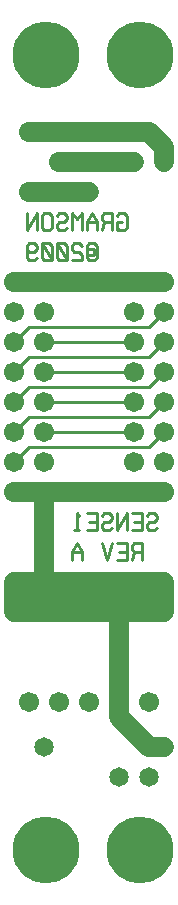
<source format=gbl>
%MOIN*%
%FSLAX25Y25*%
G04 D10 used for Character Trace; *
G04     Circle (OD=.01000) (No hole)*
G04 D11 used for Power Trace; *
G04     Circle (OD=.06500) (No hole)*
G04 D12 used for Signal Trace; *
G04     Circle (OD=.01100) (No hole)*
G04 D13 used for Via; *
G04     Circle (OD=.05800) (Round. Hole ID=.02800)*
G04 D14 used for Component hole; *
G04     Circle (OD=.06500) (Round. Hole ID=.03500)*
G04 D15 used for Component hole; *
G04     Circle (OD=.06700) (Round. Hole ID=.04300)*
G04 D16 used for Component hole; *
G04     Circle (OD=.08100) (Round. Hole ID=.05100)*
G04 D17 used for Component hole; *
G04     Circle (OD=.08900) (Round. Hole ID=.05900)*
G04 D18 used for Component hole; *
G04     Circle (OD=.11300) (Round. Hole ID=.08300)*
G04 D19 used for Component hole; *
G04     Circle (OD=.16000) (Round. Hole ID=.13000)*
G04 D20 used for Component hole; *
G04     Circle (OD=.18300) (Round. Hole ID=.15300)*
G04 D21 used for Component hole; *
G04     Circle (OD=.22291) (Round. Hole ID=.19291)*
%ADD10C,.01000*%
%ADD11C,.06500*%
%ADD12C,.01100*%
%ADD13C,.05800*%
%ADD14C,.06500*%
%ADD15C,.06700*%
%ADD16C,.08100*%
%ADD17C,.08900*%
%ADD18C,.11300*%
%ADD19C,.16000*%
%ADD20C,.18300*%
%ADD21C,.22291*%
%IPPOS*%
%LPD*%
G90*X0Y0D02*D21*X15625Y15625D03*D14*              
X40000Y40000D03*D21*X46875Y15625D03*D11*          
X50000Y50000D02*X55000D01*D14*D03*D11*X50000D02*  
X40000Y60000D01*Y65000D01*D15*D03*D11*Y95000D01*  
X5000D01*Y100000D01*X40000D01*Y95000D01*X55000D01*
Y100000D01*X40000D01*Y105000D01*X15000D01*        
X5000D01*Y100000D01*X15000Y105000D02*Y135000D01*  
D15*D03*D11*X5000D01*D15*D03*X15000Y145000D03*D11*
Y135000D02*X45000D01*D15*D03*D11*X55000D01*D15*   
D03*X45000Y145000D03*X55000D03*D12*               
X10000Y150000D02*X50000D01*X5000Y145000D02*       
X10000Y150000D01*D15*X5000Y145000D03*             
X15000Y155000D03*D12*X45000D01*D15*D03*D12*       
X50000Y150000D02*X55000Y155000D01*D15*D03*D12*    
X10000Y160000D02*X50000D01*X5000Y155000D02*       
X10000Y160000D01*D15*X5000Y155000D03*             
X15000Y165000D03*D12*X45000D01*D15*D03*D12*       
X50000Y160000D02*X55000Y165000D01*D15*D03*D12*    
X10000Y170000D02*X50000D01*X5000Y165000D02*       
X10000Y170000D01*D15*X5000Y165000D03*             
X15000Y175000D03*D12*X45000D01*D15*D03*D12*       
X50000Y170000D02*X55000Y175000D01*D15*D03*D12*    
X10000Y180000D02*X50000D01*X5000Y175000D02*       
X10000Y180000D01*D15*X5000Y175000D03*             
X15000Y185000D03*D12*X45000D01*D15*D03*D12*       
X50000Y180000D02*X55000Y185000D01*D15*D03*D12*    
X10000Y190000D02*X50000D01*X5000Y185000D02*       
X10000Y190000D01*D15*X5000Y185000D03*             
X15000Y195000D03*X5000D03*X15000Y205000D03*D11*   
X5000D01*D15*D03*D10*X30000Y215957D02*X31674D01*  
Y214043D01*X30000D01*X31674Y212129D02*X30000D01*  
X29163Y213086D01*Y216914D01*X30000Y217871D01*     
X31674D01*X32511Y216914D01*Y213086D01*            
X31674Y212129D01*X27511Y216914D02*                
X26674Y217871D01*X25000D01*X24163Y216914D01*      
Y215957D01*X25000Y215000D01*X26674D01*            
X27511Y214043D01*Y212129D01*X24163D01*            
X19163Y213086D02*X20000Y212129D01*X21674D01*      
X22511Y213086D01*Y216914D01*X21674Y217871D01*     
X20000D01*X19163Y216914D01*Y213086D01*            
X22511Y212129D02*X19163Y217871D01*                
X14163Y213086D02*X15000Y212129D01*X16674D01*      
X17511Y213086D01*Y216914D01*X16674Y217871D01*     
X15000D01*X14163Y216914D01*Y213086D01*            
X17511Y212129D02*X14163Y217871D01*X9163Y215957D02*
X10000Y215000D01*X11674D01*X12511Y215957D01*      
Y216914D01*X11674Y217871D01*X10000D01*            
X9163Y216914D01*Y213086D01*X10000Y212129D01*      
X11674D01*X12511Y213086D01*D11*X15000Y205000D02*  
X45000D01*D15*D03*D11*X55000D01*D15*D03*          
X45000Y195000D03*X55000D03*D12*X50000Y190000D01*  
D10*X39163Y223086D02*X40000Y222129D01*X41674D01*  
X42511Y223086D01*Y226914D01*X41674Y227871D01*     
X40000D01*X39163Y226914D01*X40837Y225000D02*      
X39163D01*Y222129D01*X37511D02*Y227871D01*        
X35000D01*X34163Y226914D01*Y225957D01*            
X35000Y225000D01*X37511D01*X35000D02*             
X34163Y222129D01*X32511D02*Y225000D01*            
X30837Y227871D01*X29163Y225000D01*Y222129D01*     
X32511Y225000D02*X29163D01*X27511Y222129D02*      
Y227871D01*X25837Y225957D01*X24163Y227871D01*     
Y222129D01*X19163Y226914D02*X20000Y227871D01*     
X21674D01*X22511Y226914D01*Y225957D01*            
X21674Y225000D01*X20000D01*X19163Y224043D01*      
Y223086D01*X20000Y222129D01*X21674D01*            
X22511Y223086D01*X14163D02*X15000Y222129D01*      
X16674D01*X17511Y223086D01*Y226914D01*            
X16674Y227871D01*X15000D01*X14163Y226914D01*      
Y223086D01*X12511Y222129D02*Y227871D01*           
X9163Y222129D01*Y227871D01*D14*X30000Y235000D03*  
D11*X10000D01*D15*D03*X20000Y245000D03*D11*       
X30000D01*D14*D03*D11*X45000D01*D14*D03*D11*      
X55000Y250000D02*X50000Y255000D01*                
X55000Y245000D02*Y250000D01*D14*Y245000D03*D11*   
X10000Y255000D02*X50000D01*D15*X10000D03*D21*     
X15625Y280625D03*X46875D03*D10*X49163Y126914D02*  
X50000Y127871D01*X51674D01*X52511Y126914D01*      
Y125957D01*X51674Y125000D01*X50000D01*            
X49163Y124043D01*Y123086D01*X50000Y122129D01*     
X51674D01*X52511Y123086D01*X44163Y122129D02*      
X47511D01*Y127871D01*X44163D01*X47511Y125000D02*  
X45000D01*X42511Y122129D02*Y127871D01*            
X39163Y122129D01*Y127871D01*X34163Y126914D02*     
X35000Y127871D01*X36674D01*X37511Y126914D01*      
Y125957D01*X36674Y125000D01*X35000D01*            
X34163Y124043D01*Y123086D01*X35000Y122129D01*     
X36674D01*X37511Y123086D01*X29163Y122129D02*      
X32511D01*Y127871D01*X29163D01*X32511Y125000D02*  
X30000D01*X26674Y126914D02*X25837Y127871D01*      
Y122129D01*X26674D02*X25000D01*X47511Y112129D02*  
Y117871D01*X45000D01*X44163Y116914D01*Y115957D01* 
X45000Y115000D01*X47511D01*X45000D02*             
X44163Y112129D01*X39163D02*X42511D01*Y117871D01*  
X39163D01*X42511Y115000D02*X40000D01*             
X37511Y117871D02*X35837Y112129D01*                
X34163Y117871D01*X27511Y112129D02*Y115000D01*     
X25837Y117871D01*X24163Y115000D01*Y112129D01*     
X27511Y115000D02*X24163D01*D11*X40000Y105000D02*  
X55000D01*Y100000D01*D15*X20000Y65000D03*         
X30000D03*X50000D03*X10000D03*D14*X15000Y50000D03*
X50000Y40000D03*M02*                              

</source>
